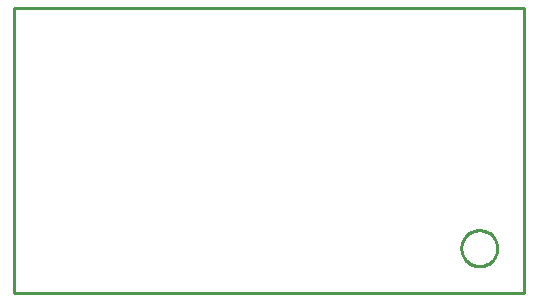
<source format=gbr>
G04 EAGLE Gerber RS-274X export*
G75*
%MOMM*%
%FSLAX34Y34*%
%LPD*%
%IN*%
%IPPOS*%
%AMOC8*
5,1,8,0,0,1.08239X$1,22.5*%
G01*
%ADD10C,0.254000*%


D10*
X0Y0D02*
X431800Y0D01*
X431800Y241300D01*
X0Y241300D01*
X0Y0D01*
X408940Y37556D02*
X408862Y36470D01*
X408707Y35392D01*
X408476Y34329D01*
X408169Y33284D01*
X407789Y32264D01*
X407337Y31274D01*
X406815Y30319D01*
X406226Y29403D01*
X405574Y28531D01*
X404861Y27709D01*
X404091Y26939D01*
X403269Y26226D01*
X402397Y25574D01*
X401481Y24985D01*
X400526Y24463D01*
X399536Y24011D01*
X398516Y23631D01*
X397471Y23324D01*
X396408Y23093D01*
X395330Y22938D01*
X394244Y22860D01*
X393156Y22860D01*
X392070Y22938D01*
X390992Y23093D01*
X389929Y23324D01*
X388884Y23631D01*
X387864Y24011D01*
X386874Y24463D01*
X385919Y24985D01*
X385003Y25574D01*
X384131Y26226D01*
X383309Y26939D01*
X382539Y27709D01*
X381826Y28531D01*
X381174Y29403D01*
X380585Y30319D01*
X380063Y31274D01*
X379611Y32264D01*
X379231Y33284D01*
X378924Y34329D01*
X378693Y35392D01*
X378538Y36470D01*
X378460Y37556D01*
X378460Y38644D01*
X378538Y39730D01*
X378693Y40808D01*
X378924Y41871D01*
X379231Y42916D01*
X379611Y43936D01*
X380063Y44926D01*
X380585Y45881D01*
X381174Y46797D01*
X381826Y47669D01*
X382539Y48491D01*
X383309Y49261D01*
X384131Y49974D01*
X385003Y50626D01*
X385919Y51215D01*
X386874Y51737D01*
X387864Y52189D01*
X388884Y52569D01*
X389929Y52876D01*
X390992Y53107D01*
X392070Y53262D01*
X393156Y53340D01*
X394244Y53340D01*
X395330Y53262D01*
X396408Y53107D01*
X397471Y52876D01*
X398516Y52569D01*
X399536Y52189D01*
X400526Y51737D01*
X401481Y51215D01*
X402397Y50626D01*
X403269Y49974D01*
X404091Y49261D01*
X404861Y48491D01*
X405574Y47669D01*
X406226Y46797D01*
X406815Y45881D01*
X407337Y44926D01*
X407789Y43936D01*
X408169Y42916D01*
X408476Y41871D01*
X408707Y40808D01*
X408862Y39730D01*
X408940Y38644D01*
X408940Y37556D01*
M02*

</source>
